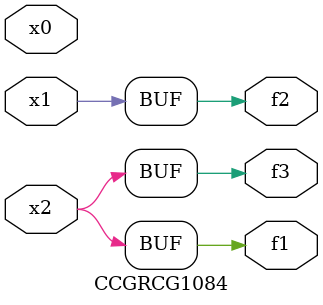
<source format=v>
module CCGRCG1084(
	input x0, x1, x2,
	output f1, f2, f3
);
	assign f1 = x2;
	assign f2 = x1;
	assign f3 = x2;
endmodule

</source>
